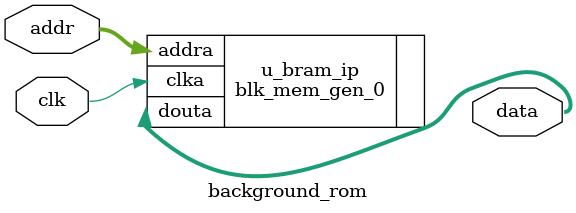
<source format=v>
module background_rom (
    input  wire         clk,
    input  wire [18:0]  addr,
    output wire [15:0]  data
);//±³¾°Í¼Æ¬¼ÓÔØÄ£¿é

    blk_mem_gen_0 u_bram_ip (
        .clka   (clk),
        .addra  (addr),   // ÊäÈëµØÖ·
        .douta  (data)    // Êä³ö±³¾°Í¼Æ¬¶ÔÓ¦Î»ÖÃÏñËØµãÑÕÉ«
    );

endmodule
</source>
